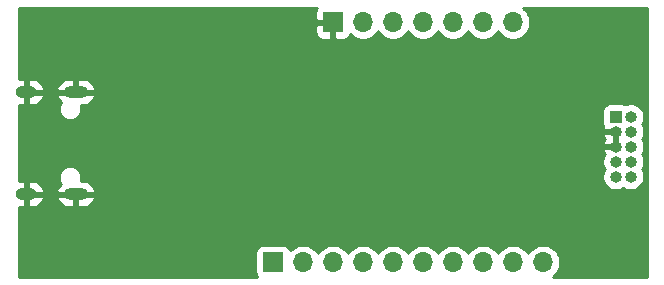
<source format=gbl>
%TF.GenerationSoftware,KiCad,Pcbnew,5.1.9+dfsg1-1*%
%TF.CreationDate,2021-12-01T17:00:21-05:00*%
%TF.ProjectId,samd10d13a,73616d64-3130-4643-9133-612e6b696361,rev?*%
%TF.SameCoordinates,Original*%
%TF.FileFunction,Copper,L2,Bot*%
%TF.FilePolarity,Positive*%
%FSLAX46Y46*%
G04 Gerber Fmt 4.6, Leading zero omitted, Abs format (unit mm)*
G04 Created by KiCad (PCBNEW 5.1.9+dfsg1-1) date 2021-12-01 17:00:21*
%MOMM*%
%LPD*%
G01*
G04 APERTURE LIST*
%TA.AperFunction,ComponentPad*%
%ADD10O,1.800000X1.000000*%
%TD*%
%TA.AperFunction,ComponentPad*%
%ADD11O,2.100000X1.000000*%
%TD*%
%TA.AperFunction,ComponentPad*%
%ADD12O,1.000000X1.000000*%
%TD*%
%TA.AperFunction,ComponentPad*%
%ADD13R,1.000000X1.000000*%
%TD*%
%TA.AperFunction,ComponentPad*%
%ADD14O,1.700000X1.700000*%
%TD*%
%TA.AperFunction,ComponentPad*%
%ADD15R,1.700000X1.700000*%
%TD*%
%TA.AperFunction,ViaPad*%
%ADD16C,0.800000*%
%TD*%
%TA.AperFunction,Conductor*%
%ADD17C,0.254000*%
%TD*%
%TA.AperFunction,Conductor*%
%ADD18C,0.100000*%
%TD*%
G04 APERTURE END LIST*
D10*
X75651500Y-62803500D03*
X75651500Y-54163500D03*
D11*
X79831500Y-54163500D03*
X79831500Y-62803500D03*
D12*
X126809500Y-61341000D03*
X125539500Y-61341000D03*
X126809500Y-60071000D03*
X125539500Y-60071000D03*
X126809500Y-58801000D03*
X125539500Y-58801000D03*
X126809500Y-57531000D03*
X125539500Y-57531000D03*
X126809500Y-56261000D03*
D13*
X125539500Y-56261000D03*
D14*
X116840000Y-48260000D03*
X114300000Y-48260000D03*
X111760000Y-48260000D03*
X109220000Y-48260000D03*
X106680000Y-48260000D03*
X104140000Y-48260000D03*
D15*
X101600000Y-48260000D03*
D14*
X119380000Y-68580000D03*
X116840000Y-68580000D03*
X114300000Y-68580000D03*
X111760000Y-68580000D03*
X109220000Y-68580000D03*
X106680000Y-68580000D03*
X104140000Y-68580000D03*
X101600000Y-68580000D03*
X99060000Y-68580000D03*
D15*
X96520000Y-68580000D03*
D16*
X123063000Y-58801000D03*
X112522000Y-51117500D03*
D17*
X100219463Y-47055506D02*
X100160498Y-47165820D01*
X100124188Y-47285518D01*
X100111928Y-47410000D01*
X100115000Y-47974250D01*
X100273750Y-48133000D01*
X101473000Y-48133000D01*
X101473000Y-48113000D01*
X101727000Y-48113000D01*
X101727000Y-48133000D01*
X101747000Y-48133000D01*
X101747000Y-48387000D01*
X101727000Y-48387000D01*
X101727000Y-49586250D01*
X101885750Y-49745000D01*
X102450000Y-49748072D01*
X102574482Y-49735812D01*
X102694180Y-49699502D01*
X102804494Y-49640537D01*
X102901185Y-49561185D01*
X102980537Y-49464494D01*
X103039502Y-49354180D01*
X103061513Y-49281620D01*
X103193368Y-49413475D01*
X103436589Y-49575990D01*
X103706842Y-49687932D01*
X103993740Y-49745000D01*
X104286260Y-49745000D01*
X104573158Y-49687932D01*
X104843411Y-49575990D01*
X105086632Y-49413475D01*
X105293475Y-49206632D01*
X105410000Y-49032240D01*
X105526525Y-49206632D01*
X105733368Y-49413475D01*
X105976589Y-49575990D01*
X106246842Y-49687932D01*
X106533740Y-49745000D01*
X106826260Y-49745000D01*
X107113158Y-49687932D01*
X107383411Y-49575990D01*
X107626632Y-49413475D01*
X107833475Y-49206632D01*
X107950000Y-49032240D01*
X108066525Y-49206632D01*
X108273368Y-49413475D01*
X108516589Y-49575990D01*
X108786842Y-49687932D01*
X109073740Y-49745000D01*
X109366260Y-49745000D01*
X109653158Y-49687932D01*
X109923411Y-49575990D01*
X110166632Y-49413475D01*
X110373475Y-49206632D01*
X110490000Y-49032240D01*
X110606525Y-49206632D01*
X110813368Y-49413475D01*
X111056589Y-49575990D01*
X111326842Y-49687932D01*
X111613740Y-49745000D01*
X111906260Y-49745000D01*
X112193158Y-49687932D01*
X112463411Y-49575990D01*
X112706632Y-49413475D01*
X112913475Y-49206632D01*
X113030000Y-49032240D01*
X113146525Y-49206632D01*
X113353368Y-49413475D01*
X113596589Y-49575990D01*
X113866842Y-49687932D01*
X114153740Y-49745000D01*
X114446260Y-49745000D01*
X114733158Y-49687932D01*
X115003411Y-49575990D01*
X115246632Y-49413475D01*
X115453475Y-49206632D01*
X115570000Y-49032240D01*
X115686525Y-49206632D01*
X115893368Y-49413475D01*
X116136589Y-49575990D01*
X116406842Y-49687932D01*
X116693740Y-49745000D01*
X116986260Y-49745000D01*
X117273158Y-49687932D01*
X117543411Y-49575990D01*
X117786632Y-49413475D01*
X117993475Y-49206632D01*
X118155990Y-48963411D01*
X118267932Y-48693158D01*
X118325000Y-48406260D01*
X118325000Y-48113740D01*
X118267932Y-47826842D01*
X118155990Y-47556589D01*
X117993475Y-47313368D01*
X117786632Y-47106525D01*
X117687070Y-47040000D01*
X128220000Y-47040000D01*
X128220001Y-69800000D01*
X120227070Y-69800000D01*
X120326632Y-69733475D01*
X120533475Y-69526632D01*
X120695990Y-69283411D01*
X120807932Y-69013158D01*
X120865000Y-68726260D01*
X120865000Y-68433740D01*
X120807932Y-68146842D01*
X120695990Y-67876589D01*
X120533475Y-67633368D01*
X120326632Y-67426525D01*
X120083411Y-67264010D01*
X119813158Y-67152068D01*
X119526260Y-67095000D01*
X119233740Y-67095000D01*
X118946842Y-67152068D01*
X118676589Y-67264010D01*
X118433368Y-67426525D01*
X118226525Y-67633368D01*
X118110000Y-67807760D01*
X117993475Y-67633368D01*
X117786632Y-67426525D01*
X117543411Y-67264010D01*
X117273158Y-67152068D01*
X116986260Y-67095000D01*
X116693740Y-67095000D01*
X116406842Y-67152068D01*
X116136589Y-67264010D01*
X115893368Y-67426525D01*
X115686525Y-67633368D01*
X115570000Y-67807760D01*
X115453475Y-67633368D01*
X115246632Y-67426525D01*
X115003411Y-67264010D01*
X114733158Y-67152068D01*
X114446260Y-67095000D01*
X114153740Y-67095000D01*
X113866842Y-67152068D01*
X113596589Y-67264010D01*
X113353368Y-67426525D01*
X113146525Y-67633368D01*
X113030000Y-67807760D01*
X112913475Y-67633368D01*
X112706632Y-67426525D01*
X112463411Y-67264010D01*
X112193158Y-67152068D01*
X111906260Y-67095000D01*
X111613740Y-67095000D01*
X111326842Y-67152068D01*
X111056589Y-67264010D01*
X110813368Y-67426525D01*
X110606525Y-67633368D01*
X110490000Y-67807760D01*
X110373475Y-67633368D01*
X110166632Y-67426525D01*
X109923411Y-67264010D01*
X109653158Y-67152068D01*
X109366260Y-67095000D01*
X109073740Y-67095000D01*
X108786842Y-67152068D01*
X108516589Y-67264010D01*
X108273368Y-67426525D01*
X108066525Y-67633368D01*
X107950000Y-67807760D01*
X107833475Y-67633368D01*
X107626632Y-67426525D01*
X107383411Y-67264010D01*
X107113158Y-67152068D01*
X106826260Y-67095000D01*
X106533740Y-67095000D01*
X106246842Y-67152068D01*
X105976589Y-67264010D01*
X105733368Y-67426525D01*
X105526525Y-67633368D01*
X105410000Y-67807760D01*
X105293475Y-67633368D01*
X105086632Y-67426525D01*
X104843411Y-67264010D01*
X104573158Y-67152068D01*
X104286260Y-67095000D01*
X103993740Y-67095000D01*
X103706842Y-67152068D01*
X103436589Y-67264010D01*
X103193368Y-67426525D01*
X102986525Y-67633368D01*
X102870000Y-67807760D01*
X102753475Y-67633368D01*
X102546632Y-67426525D01*
X102303411Y-67264010D01*
X102033158Y-67152068D01*
X101746260Y-67095000D01*
X101453740Y-67095000D01*
X101166842Y-67152068D01*
X100896589Y-67264010D01*
X100653368Y-67426525D01*
X100446525Y-67633368D01*
X100330000Y-67807760D01*
X100213475Y-67633368D01*
X100006632Y-67426525D01*
X99763411Y-67264010D01*
X99493158Y-67152068D01*
X99206260Y-67095000D01*
X98913740Y-67095000D01*
X98626842Y-67152068D01*
X98356589Y-67264010D01*
X98113368Y-67426525D01*
X97981513Y-67558380D01*
X97959502Y-67485820D01*
X97900537Y-67375506D01*
X97821185Y-67278815D01*
X97724494Y-67199463D01*
X97614180Y-67140498D01*
X97494482Y-67104188D01*
X97370000Y-67091928D01*
X95670000Y-67091928D01*
X95545518Y-67104188D01*
X95425820Y-67140498D01*
X95315506Y-67199463D01*
X95218815Y-67278815D01*
X95139463Y-67375506D01*
X95080498Y-67485820D01*
X95044188Y-67605518D01*
X95031928Y-67730000D01*
X95031928Y-69430000D01*
X95044188Y-69554482D01*
X95080498Y-69674180D01*
X95139463Y-69784494D01*
X95152188Y-69800000D01*
X74980000Y-69800000D01*
X74980000Y-63907761D01*
X75124500Y-63938500D01*
X75524500Y-63938500D01*
X75524500Y-62930500D01*
X75778500Y-62930500D01*
X75778500Y-63938500D01*
X76178500Y-63938500D01*
X76397487Y-63891915D01*
X76603178Y-63803503D01*
X76787669Y-63676661D01*
X76943869Y-63516264D01*
X77065776Y-63328476D01*
X77145619Y-63105374D01*
X78187381Y-63105374D01*
X78267224Y-63328476D01*
X78389131Y-63516264D01*
X78545331Y-63676661D01*
X78729822Y-63803503D01*
X78935513Y-63891915D01*
X79154500Y-63938500D01*
X79704500Y-63938500D01*
X79704500Y-62930500D01*
X79958500Y-62930500D01*
X79958500Y-63938500D01*
X80508500Y-63938500D01*
X80727487Y-63891915D01*
X80933178Y-63803503D01*
X81117669Y-63676661D01*
X81273869Y-63516264D01*
X81395776Y-63328476D01*
X81475619Y-63105374D01*
X81349454Y-62930500D01*
X79958500Y-62930500D01*
X79704500Y-62930500D01*
X78313546Y-62930500D01*
X78187381Y-63105374D01*
X77145619Y-63105374D01*
X77019454Y-62930500D01*
X75778500Y-62930500D01*
X75524500Y-62930500D01*
X75504500Y-62930500D01*
X75504500Y-62676500D01*
X75524500Y-62676500D01*
X75524500Y-61668500D01*
X75778500Y-61668500D01*
X75778500Y-62676500D01*
X77019454Y-62676500D01*
X77145619Y-62501626D01*
X78187381Y-62501626D01*
X78313546Y-62676500D01*
X79704500Y-62676500D01*
X79704500Y-62656500D01*
X79958500Y-62656500D01*
X79958500Y-62676500D01*
X81349454Y-62676500D01*
X81475619Y-62501626D01*
X81395776Y-62278524D01*
X81273869Y-62090736D01*
X81117669Y-61930339D01*
X80933178Y-61803497D01*
X80727487Y-61715085D01*
X80508500Y-61668500D01*
X80248404Y-61668500D01*
X80254608Y-61653522D01*
X80291500Y-61468052D01*
X80291500Y-61278948D01*
X80254608Y-61093478D01*
X80182241Y-60918769D01*
X80077181Y-60761536D01*
X79943464Y-60627819D01*
X79786231Y-60522759D01*
X79611522Y-60450392D01*
X79426052Y-60413500D01*
X79236948Y-60413500D01*
X79051478Y-60450392D01*
X78876769Y-60522759D01*
X78719536Y-60627819D01*
X78585819Y-60761536D01*
X78480759Y-60918769D01*
X78408392Y-61093478D01*
X78371500Y-61278948D01*
X78371500Y-61468052D01*
X78408392Y-61653522D01*
X78480759Y-61828231D01*
X78547835Y-61928617D01*
X78545331Y-61930339D01*
X78389131Y-62090736D01*
X78267224Y-62278524D01*
X78187381Y-62501626D01*
X77145619Y-62501626D01*
X77065776Y-62278524D01*
X76943869Y-62090736D01*
X76787669Y-61930339D01*
X76603178Y-61803497D01*
X76397487Y-61715085D01*
X76178500Y-61668500D01*
X75778500Y-61668500D01*
X75524500Y-61668500D01*
X75124500Y-61668500D01*
X74980000Y-61699239D01*
X74980000Y-57832874D01*
X124445381Y-57832874D01*
X124462054Y-57887864D01*
X124552377Y-58091206D01*
X124605139Y-58166000D01*
X124552377Y-58240794D01*
X124462054Y-58444136D01*
X124445381Y-58499126D01*
X124571546Y-58674000D01*
X125412500Y-58674000D01*
X125412500Y-57658000D01*
X124571546Y-57658000D01*
X124445381Y-57832874D01*
X74980000Y-57832874D01*
X74980000Y-55267761D01*
X75124500Y-55298500D01*
X75524500Y-55298500D01*
X75524500Y-54290500D01*
X75778500Y-54290500D01*
X75778500Y-55298500D01*
X76178500Y-55298500D01*
X76397487Y-55251915D01*
X76603178Y-55163503D01*
X76787669Y-55036661D01*
X76943869Y-54876264D01*
X77065776Y-54688476D01*
X77145619Y-54465374D01*
X78187381Y-54465374D01*
X78267224Y-54688476D01*
X78389131Y-54876264D01*
X78545331Y-55036661D01*
X78547835Y-55038383D01*
X78480759Y-55138769D01*
X78408392Y-55313478D01*
X78371500Y-55498948D01*
X78371500Y-55688052D01*
X78408392Y-55873522D01*
X78480759Y-56048231D01*
X78585819Y-56205464D01*
X78719536Y-56339181D01*
X78876769Y-56444241D01*
X79051478Y-56516608D01*
X79236948Y-56553500D01*
X79426052Y-56553500D01*
X79611522Y-56516608D01*
X79786231Y-56444241D01*
X79943464Y-56339181D01*
X80077181Y-56205464D01*
X80182241Y-56048231D01*
X80254608Y-55873522D01*
X80276989Y-55761000D01*
X124401428Y-55761000D01*
X124401428Y-56761000D01*
X124413688Y-56885482D01*
X124449998Y-57005180D01*
X124497570Y-57094180D01*
X124462054Y-57174136D01*
X124445381Y-57229126D01*
X124571546Y-57404000D01*
X125412500Y-57404000D01*
X125412500Y-57399072D01*
X125666500Y-57399072D01*
X125666500Y-57404000D01*
X125677526Y-57404000D01*
X125674500Y-57419212D01*
X125674500Y-57642788D01*
X125677526Y-57658000D01*
X125666500Y-57658000D01*
X125666500Y-58674000D01*
X125677526Y-58674000D01*
X125674500Y-58689212D01*
X125674500Y-58912788D01*
X125677526Y-58928000D01*
X125666500Y-58928000D01*
X125666500Y-58939026D01*
X125651288Y-58936000D01*
X125427712Y-58936000D01*
X125412500Y-58939026D01*
X125412500Y-58928000D01*
X124571546Y-58928000D01*
X124445381Y-59102874D01*
X124462054Y-59157864D01*
X124552377Y-59361206D01*
X124601853Y-59431342D01*
X124533676Y-59533376D01*
X124448117Y-59739933D01*
X124404500Y-59959212D01*
X124404500Y-60182788D01*
X124448117Y-60402067D01*
X124533676Y-60608624D01*
X124598741Y-60706000D01*
X124533676Y-60803376D01*
X124448117Y-61009933D01*
X124404500Y-61229212D01*
X124404500Y-61452788D01*
X124448117Y-61672067D01*
X124533676Y-61878624D01*
X124657888Y-62064520D01*
X124815980Y-62222612D01*
X125001876Y-62346824D01*
X125208433Y-62432383D01*
X125427712Y-62476000D01*
X125651288Y-62476000D01*
X125870567Y-62432383D01*
X126077124Y-62346824D01*
X126174500Y-62281759D01*
X126271876Y-62346824D01*
X126478433Y-62432383D01*
X126697712Y-62476000D01*
X126921288Y-62476000D01*
X127140567Y-62432383D01*
X127347124Y-62346824D01*
X127533020Y-62222612D01*
X127691112Y-62064520D01*
X127815324Y-61878624D01*
X127900883Y-61672067D01*
X127944500Y-61452788D01*
X127944500Y-61229212D01*
X127900883Y-61009933D01*
X127815324Y-60803376D01*
X127750259Y-60706000D01*
X127815324Y-60608624D01*
X127900883Y-60402067D01*
X127944500Y-60182788D01*
X127944500Y-59959212D01*
X127900883Y-59739933D01*
X127815324Y-59533376D01*
X127750259Y-59436000D01*
X127815324Y-59338624D01*
X127900883Y-59132067D01*
X127944500Y-58912788D01*
X127944500Y-58689212D01*
X127900883Y-58469933D01*
X127815324Y-58263376D01*
X127750259Y-58166000D01*
X127815324Y-58068624D01*
X127900883Y-57862067D01*
X127944500Y-57642788D01*
X127944500Y-57419212D01*
X127900883Y-57199933D01*
X127815324Y-56993376D01*
X127750259Y-56896000D01*
X127815324Y-56798624D01*
X127900883Y-56592067D01*
X127944500Y-56372788D01*
X127944500Y-56149212D01*
X127900883Y-55929933D01*
X127815324Y-55723376D01*
X127691112Y-55537480D01*
X127533020Y-55379388D01*
X127347124Y-55255176D01*
X127140567Y-55169617D01*
X126921288Y-55126000D01*
X126697712Y-55126000D01*
X126478433Y-55169617D01*
X126366726Y-55215888D01*
X126283680Y-55171498D01*
X126163982Y-55135188D01*
X126039500Y-55122928D01*
X125039500Y-55122928D01*
X124915018Y-55135188D01*
X124795320Y-55171498D01*
X124685006Y-55230463D01*
X124588315Y-55309815D01*
X124508963Y-55406506D01*
X124449998Y-55516820D01*
X124413688Y-55636518D01*
X124401428Y-55761000D01*
X80276989Y-55761000D01*
X80291500Y-55688052D01*
X80291500Y-55498948D01*
X80254608Y-55313478D01*
X80248404Y-55298500D01*
X80508500Y-55298500D01*
X80727487Y-55251915D01*
X80933178Y-55163503D01*
X81117669Y-55036661D01*
X81273869Y-54876264D01*
X81395776Y-54688476D01*
X81475619Y-54465374D01*
X81349454Y-54290500D01*
X79958500Y-54290500D01*
X79958500Y-54310500D01*
X79704500Y-54310500D01*
X79704500Y-54290500D01*
X78313546Y-54290500D01*
X78187381Y-54465374D01*
X77145619Y-54465374D01*
X77019454Y-54290500D01*
X75778500Y-54290500D01*
X75524500Y-54290500D01*
X75504500Y-54290500D01*
X75504500Y-54036500D01*
X75524500Y-54036500D01*
X75524500Y-53028500D01*
X75778500Y-53028500D01*
X75778500Y-54036500D01*
X77019454Y-54036500D01*
X77145619Y-53861626D01*
X78187381Y-53861626D01*
X78313546Y-54036500D01*
X79704500Y-54036500D01*
X79704500Y-53028500D01*
X79958500Y-53028500D01*
X79958500Y-54036500D01*
X81349454Y-54036500D01*
X81475619Y-53861626D01*
X81395776Y-53638524D01*
X81273869Y-53450736D01*
X81117669Y-53290339D01*
X80933178Y-53163497D01*
X80727487Y-53075085D01*
X80508500Y-53028500D01*
X79958500Y-53028500D01*
X79704500Y-53028500D01*
X79154500Y-53028500D01*
X78935513Y-53075085D01*
X78729822Y-53163497D01*
X78545331Y-53290339D01*
X78389131Y-53450736D01*
X78267224Y-53638524D01*
X78187381Y-53861626D01*
X77145619Y-53861626D01*
X77065776Y-53638524D01*
X76943869Y-53450736D01*
X76787669Y-53290339D01*
X76603178Y-53163497D01*
X76397487Y-53075085D01*
X76178500Y-53028500D01*
X75778500Y-53028500D01*
X75524500Y-53028500D01*
X75124500Y-53028500D01*
X74980000Y-53059239D01*
X74980000Y-49110000D01*
X100111928Y-49110000D01*
X100124188Y-49234482D01*
X100160498Y-49354180D01*
X100219463Y-49464494D01*
X100298815Y-49561185D01*
X100395506Y-49640537D01*
X100505820Y-49699502D01*
X100625518Y-49735812D01*
X100750000Y-49748072D01*
X101314250Y-49745000D01*
X101473000Y-49586250D01*
X101473000Y-48387000D01*
X100273750Y-48387000D01*
X100115000Y-48545750D01*
X100111928Y-49110000D01*
X74980000Y-49110000D01*
X74980000Y-47040000D01*
X100232188Y-47040000D01*
X100219463Y-47055506D01*
%TA.AperFunction,Conductor*%
D18*
G36*
X100219463Y-47055506D02*
G01*
X100160498Y-47165820D01*
X100124188Y-47285518D01*
X100111928Y-47410000D01*
X100115000Y-47974250D01*
X100273750Y-48133000D01*
X101473000Y-48133000D01*
X101473000Y-48113000D01*
X101727000Y-48113000D01*
X101727000Y-48133000D01*
X101747000Y-48133000D01*
X101747000Y-48387000D01*
X101727000Y-48387000D01*
X101727000Y-49586250D01*
X101885750Y-49745000D01*
X102450000Y-49748072D01*
X102574482Y-49735812D01*
X102694180Y-49699502D01*
X102804494Y-49640537D01*
X102901185Y-49561185D01*
X102980537Y-49464494D01*
X103039502Y-49354180D01*
X103061513Y-49281620D01*
X103193368Y-49413475D01*
X103436589Y-49575990D01*
X103706842Y-49687932D01*
X103993740Y-49745000D01*
X104286260Y-49745000D01*
X104573158Y-49687932D01*
X104843411Y-49575990D01*
X105086632Y-49413475D01*
X105293475Y-49206632D01*
X105410000Y-49032240D01*
X105526525Y-49206632D01*
X105733368Y-49413475D01*
X105976589Y-49575990D01*
X106246842Y-49687932D01*
X106533740Y-49745000D01*
X106826260Y-49745000D01*
X107113158Y-49687932D01*
X107383411Y-49575990D01*
X107626632Y-49413475D01*
X107833475Y-49206632D01*
X107950000Y-49032240D01*
X108066525Y-49206632D01*
X108273368Y-49413475D01*
X108516589Y-49575990D01*
X108786842Y-49687932D01*
X109073740Y-49745000D01*
X109366260Y-49745000D01*
X109653158Y-49687932D01*
X109923411Y-49575990D01*
X110166632Y-49413475D01*
X110373475Y-49206632D01*
X110490000Y-49032240D01*
X110606525Y-49206632D01*
X110813368Y-49413475D01*
X111056589Y-49575990D01*
X111326842Y-49687932D01*
X111613740Y-49745000D01*
X111906260Y-49745000D01*
X112193158Y-49687932D01*
X112463411Y-49575990D01*
X112706632Y-49413475D01*
X112913475Y-49206632D01*
X113030000Y-49032240D01*
X113146525Y-49206632D01*
X113353368Y-49413475D01*
X113596589Y-49575990D01*
X113866842Y-49687932D01*
X114153740Y-49745000D01*
X114446260Y-49745000D01*
X114733158Y-49687932D01*
X115003411Y-49575990D01*
X115246632Y-49413475D01*
X115453475Y-49206632D01*
X115570000Y-49032240D01*
X115686525Y-49206632D01*
X115893368Y-49413475D01*
X116136589Y-49575990D01*
X116406842Y-49687932D01*
X116693740Y-49745000D01*
X116986260Y-49745000D01*
X117273158Y-49687932D01*
X117543411Y-49575990D01*
X117786632Y-49413475D01*
X117993475Y-49206632D01*
X118155990Y-48963411D01*
X118267932Y-48693158D01*
X118325000Y-48406260D01*
X118325000Y-48113740D01*
X118267932Y-47826842D01*
X118155990Y-47556589D01*
X117993475Y-47313368D01*
X117786632Y-47106525D01*
X117687070Y-47040000D01*
X128220000Y-47040000D01*
X128220001Y-69800000D01*
X120227070Y-69800000D01*
X120326632Y-69733475D01*
X120533475Y-69526632D01*
X120695990Y-69283411D01*
X120807932Y-69013158D01*
X120865000Y-68726260D01*
X120865000Y-68433740D01*
X120807932Y-68146842D01*
X120695990Y-67876589D01*
X120533475Y-67633368D01*
X120326632Y-67426525D01*
X120083411Y-67264010D01*
X119813158Y-67152068D01*
X119526260Y-67095000D01*
X119233740Y-67095000D01*
X118946842Y-67152068D01*
X118676589Y-67264010D01*
X118433368Y-67426525D01*
X118226525Y-67633368D01*
X118110000Y-67807760D01*
X117993475Y-67633368D01*
X117786632Y-67426525D01*
X117543411Y-67264010D01*
X117273158Y-67152068D01*
X116986260Y-67095000D01*
X116693740Y-67095000D01*
X116406842Y-67152068D01*
X116136589Y-67264010D01*
X115893368Y-67426525D01*
X115686525Y-67633368D01*
X115570000Y-67807760D01*
X115453475Y-67633368D01*
X115246632Y-67426525D01*
X115003411Y-67264010D01*
X114733158Y-67152068D01*
X114446260Y-67095000D01*
X114153740Y-67095000D01*
X113866842Y-67152068D01*
X113596589Y-67264010D01*
X113353368Y-67426525D01*
X113146525Y-67633368D01*
X113030000Y-67807760D01*
X112913475Y-67633368D01*
X112706632Y-67426525D01*
X112463411Y-67264010D01*
X112193158Y-67152068D01*
X111906260Y-67095000D01*
X111613740Y-67095000D01*
X111326842Y-67152068D01*
X111056589Y-67264010D01*
X110813368Y-67426525D01*
X110606525Y-67633368D01*
X110490000Y-67807760D01*
X110373475Y-67633368D01*
X110166632Y-67426525D01*
X109923411Y-67264010D01*
X109653158Y-67152068D01*
X109366260Y-67095000D01*
X109073740Y-67095000D01*
X108786842Y-67152068D01*
X108516589Y-67264010D01*
X108273368Y-67426525D01*
X108066525Y-67633368D01*
X107950000Y-67807760D01*
X107833475Y-67633368D01*
X107626632Y-67426525D01*
X107383411Y-67264010D01*
X107113158Y-67152068D01*
X106826260Y-67095000D01*
X106533740Y-67095000D01*
X106246842Y-67152068D01*
X105976589Y-67264010D01*
X105733368Y-67426525D01*
X105526525Y-67633368D01*
X105410000Y-67807760D01*
X105293475Y-67633368D01*
X105086632Y-67426525D01*
X104843411Y-67264010D01*
X104573158Y-67152068D01*
X104286260Y-67095000D01*
X103993740Y-67095000D01*
X103706842Y-67152068D01*
X103436589Y-67264010D01*
X103193368Y-67426525D01*
X102986525Y-67633368D01*
X102870000Y-67807760D01*
X102753475Y-67633368D01*
X102546632Y-67426525D01*
X102303411Y-67264010D01*
X102033158Y-67152068D01*
X101746260Y-67095000D01*
X101453740Y-67095000D01*
X101166842Y-67152068D01*
X100896589Y-67264010D01*
X100653368Y-67426525D01*
X100446525Y-67633368D01*
X100330000Y-67807760D01*
X100213475Y-67633368D01*
X100006632Y-67426525D01*
X99763411Y-67264010D01*
X99493158Y-67152068D01*
X99206260Y-67095000D01*
X98913740Y-67095000D01*
X98626842Y-67152068D01*
X98356589Y-67264010D01*
X98113368Y-67426525D01*
X97981513Y-67558380D01*
X97959502Y-67485820D01*
X97900537Y-67375506D01*
X97821185Y-67278815D01*
X97724494Y-67199463D01*
X97614180Y-67140498D01*
X97494482Y-67104188D01*
X97370000Y-67091928D01*
X95670000Y-67091928D01*
X95545518Y-67104188D01*
X95425820Y-67140498D01*
X95315506Y-67199463D01*
X95218815Y-67278815D01*
X95139463Y-67375506D01*
X95080498Y-67485820D01*
X95044188Y-67605518D01*
X95031928Y-67730000D01*
X95031928Y-69430000D01*
X95044188Y-69554482D01*
X95080498Y-69674180D01*
X95139463Y-69784494D01*
X95152188Y-69800000D01*
X74980000Y-69800000D01*
X74980000Y-63907761D01*
X75124500Y-63938500D01*
X75524500Y-63938500D01*
X75524500Y-62930500D01*
X75778500Y-62930500D01*
X75778500Y-63938500D01*
X76178500Y-63938500D01*
X76397487Y-63891915D01*
X76603178Y-63803503D01*
X76787669Y-63676661D01*
X76943869Y-63516264D01*
X77065776Y-63328476D01*
X77145619Y-63105374D01*
X78187381Y-63105374D01*
X78267224Y-63328476D01*
X78389131Y-63516264D01*
X78545331Y-63676661D01*
X78729822Y-63803503D01*
X78935513Y-63891915D01*
X79154500Y-63938500D01*
X79704500Y-63938500D01*
X79704500Y-62930500D01*
X79958500Y-62930500D01*
X79958500Y-63938500D01*
X80508500Y-63938500D01*
X80727487Y-63891915D01*
X80933178Y-63803503D01*
X81117669Y-63676661D01*
X81273869Y-63516264D01*
X81395776Y-63328476D01*
X81475619Y-63105374D01*
X81349454Y-62930500D01*
X79958500Y-62930500D01*
X79704500Y-62930500D01*
X78313546Y-62930500D01*
X78187381Y-63105374D01*
X77145619Y-63105374D01*
X77019454Y-62930500D01*
X75778500Y-62930500D01*
X75524500Y-62930500D01*
X75504500Y-62930500D01*
X75504500Y-62676500D01*
X75524500Y-62676500D01*
X75524500Y-61668500D01*
X75778500Y-61668500D01*
X75778500Y-62676500D01*
X77019454Y-62676500D01*
X77145619Y-62501626D01*
X78187381Y-62501626D01*
X78313546Y-62676500D01*
X79704500Y-62676500D01*
X79704500Y-62656500D01*
X79958500Y-62656500D01*
X79958500Y-62676500D01*
X81349454Y-62676500D01*
X81475619Y-62501626D01*
X81395776Y-62278524D01*
X81273869Y-62090736D01*
X81117669Y-61930339D01*
X80933178Y-61803497D01*
X80727487Y-61715085D01*
X80508500Y-61668500D01*
X80248404Y-61668500D01*
X80254608Y-61653522D01*
X80291500Y-61468052D01*
X80291500Y-61278948D01*
X80254608Y-61093478D01*
X80182241Y-60918769D01*
X80077181Y-60761536D01*
X79943464Y-60627819D01*
X79786231Y-60522759D01*
X79611522Y-60450392D01*
X79426052Y-60413500D01*
X79236948Y-60413500D01*
X79051478Y-60450392D01*
X78876769Y-60522759D01*
X78719536Y-60627819D01*
X78585819Y-60761536D01*
X78480759Y-60918769D01*
X78408392Y-61093478D01*
X78371500Y-61278948D01*
X78371500Y-61468052D01*
X78408392Y-61653522D01*
X78480759Y-61828231D01*
X78547835Y-61928617D01*
X78545331Y-61930339D01*
X78389131Y-62090736D01*
X78267224Y-62278524D01*
X78187381Y-62501626D01*
X77145619Y-62501626D01*
X77065776Y-62278524D01*
X76943869Y-62090736D01*
X76787669Y-61930339D01*
X76603178Y-61803497D01*
X76397487Y-61715085D01*
X76178500Y-61668500D01*
X75778500Y-61668500D01*
X75524500Y-61668500D01*
X75124500Y-61668500D01*
X74980000Y-61699239D01*
X74980000Y-57832874D01*
X124445381Y-57832874D01*
X124462054Y-57887864D01*
X124552377Y-58091206D01*
X124605139Y-58166000D01*
X124552377Y-58240794D01*
X124462054Y-58444136D01*
X124445381Y-58499126D01*
X124571546Y-58674000D01*
X125412500Y-58674000D01*
X125412500Y-57658000D01*
X124571546Y-57658000D01*
X124445381Y-57832874D01*
X74980000Y-57832874D01*
X74980000Y-55267761D01*
X75124500Y-55298500D01*
X75524500Y-55298500D01*
X75524500Y-54290500D01*
X75778500Y-54290500D01*
X75778500Y-55298500D01*
X76178500Y-55298500D01*
X76397487Y-55251915D01*
X76603178Y-55163503D01*
X76787669Y-55036661D01*
X76943869Y-54876264D01*
X77065776Y-54688476D01*
X77145619Y-54465374D01*
X78187381Y-54465374D01*
X78267224Y-54688476D01*
X78389131Y-54876264D01*
X78545331Y-55036661D01*
X78547835Y-55038383D01*
X78480759Y-55138769D01*
X78408392Y-55313478D01*
X78371500Y-55498948D01*
X78371500Y-55688052D01*
X78408392Y-55873522D01*
X78480759Y-56048231D01*
X78585819Y-56205464D01*
X78719536Y-56339181D01*
X78876769Y-56444241D01*
X79051478Y-56516608D01*
X79236948Y-56553500D01*
X79426052Y-56553500D01*
X79611522Y-56516608D01*
X79786231Y-56444241D01*
X79943464Y-56339181D01*
X80077181Y-56205464D01*
X80182241Y-56048231D01*
X80254608Y-55873522D01*
X80276989Y-55761000D01*
X124401428Y-55761000D01*
X124401428Y-56761000D01*
X124413688Y-56885482D01*
X124449998Y-57005180D01*
X124497570Y-57094180D01*
X124462054Y-57174136D01*
X124445381Y-57229126D01*
X124571546Y-57404000D01*
X125412500Y-57404000D01*
X125412500Y-57399072D01*
X125666500Y-57399072D01*
X125666500Y-57404000D01*
X125677526Y-57404000D01*
X125674500Y-57419212D01*
X125674500Y-57642788D01*
X125677526Y-57658000D01*
X125666500Y-57658000D01*
X125666500Y-58674000D01*
X125677526Y-58674000D01*
X125674500Y-58689212D01*
X125674500Y-58912788D01*
X125677526Y-58928000D01*
X125666500Y-58928000D01*
X125666500Y-58939026D01*
X125651288Y-58936000D01*
X125427712Y-58936000D01*
X125412500Y-58939026D01*
X125412500Y-58928000D01*
X124571546Y-58928000D01*
X124445381Y-59102874D01*
X124462054Y-59157864D01*
X124552377Y-59361206D01*
X124601853Y-59431342D01*
X124533676Y-59533376D01*
X124448117Y-59739933D01*
X124404500Y-59959212D01*
X124404500Y-60182788D01*
X124448117Y-60402067D01*
X124533676Y-60608624D01*
X124598741Y-60706000D01*
X124533676Y-60803376D01*
X124448117Y-61009933D01*
X124404500Y-61229212D01*
X124404500Y-61452788D01*
X124448117Y-61672067D01*
X124533676Y-61878624D01*
X124657888Y-62064520D01*
X124815980Y-62222612D01*
X125001876Y-62346824D01*
X125208433Y-62432383D01*
X125427712Y-62476000D01*
X125651288Y-62476000D01*
X125870567Y-62432383D01*
X126077124Y-62346824D01*
X126174500Y-62281759D01*
X126271876Y-62346824D01*
X126478433Y-62432383D01*
X126697712Y-62476000D01*
X126921288Y-62476000D01*
X127140567Y-62432383D01*
X127347124Y-62346824D01*
X127533020Y-62222612D01*
X127691112Y-62064520D01*
X127815324Y-61878624D01*
X127900883Y-61672067D01*
X127944500Y-61452788D01*
X127944500Y-61229212D01*
X127900883Y-61009933D01*
X127815324Y-60803376D01*
X127750259Y-60706000D01*
X127815324Y-60608624D01*
X127900883Y-60402067D01*
X127944500Y-60182788D01*
X127944500Y-59959212D01*
X127900883Y-59739933D01*
X127815324Y-59533376D01*
X127750259Y-59436000D01*
X127815324Y-59338624D01*
X127900883Y-59132067D01*
X127944500Y-58912788D01*
X127944500Y-58689212D01*
X127900883Y-58469933D01*
X127815324Y-58263376D01*
X127750259Y-58166000D01*
X127815324Y-58068624D01*
X127900883Y-57862067D01*
X127944500Y-57642788D01*
X127944500Y-57419212D01*
X127900883Y-57199933D01*
X127815324Y-56993376D01*
X127750259Y-56896000D01*
X127815324Y-56798624D01*
X127900883Y-56592067D01*
X127944500Y-56372788D01*
X127944500Y-56149212D01*
X127900883Y-55929933D01*
X127815324Y-55723376D01*
X127691112Y-55537480D01*
X127533020Y-55379388D01*
X127347124Y-55255176D01*
X127140567Y-55169617D01*
X126921288Y-55126000D01*
X126697712Y-55126000D01*
X126478433Y-55169617D01*
X126366726Y-55215888D01*
X126283680Y-55171498D01*
X126163982Y-55135188D01*
X126039500Y-55122928D01*
X125039500Y-55122928D01*
X124915018Y-55135188D01*
X124795320Y-55171498D01*
X124685006Y-55230463D01*
X124588315Y-55309815D01*
X124508963Y-55406506D01*
X124449998Y-55516820D01*
X124413688Y-55636518D01*
X124401428Y-55761000D01*
X80276989Y-55761000D01*
X80291500Y-55688052D01*
X80291500Y-55498948D01*
X80254608Y-55313478D01*
X80248404Y-55298500D01*
X80508500Y-55298500D01*
X80727487Y-55251915D01*
X80933178Y-55163503D01*
X81117669Y-55036661D01*
X81273869Y-54876264D01*
X81395776Y-54688476D01*
X81475619Y-54465374D01*
X81349454Y-54290500D01*
X79958500Y-54290500D01*
X79958500Y-54310500D01*
X79704500Y-54310500D01*
X79704500Y-54290500D01*
X78313546Y-54290500D01*
X78187381Y-54465374D01*
X77145619Y-54465374D01*
X77019454Y-54290500D01*
X75778500Y-54290500D01*
X75524500Y-54290500D01*
X75504500Y-54290500D01*
X75504500Y-54036500D01*
X75524500Y-54036500D01*
X75524500Y-53028500D01*
X75778500Y-53028500D01*
X75778500Y-54036500D01*
X77019454Y-54036500D01*
X77145619Y-53861626D01*
X78187381Y-53861626D01*
X78313546Y-54036500D01*
X79704500Y-54036500D01*
X79704500Y-53028500D01*
X79958500Y-53028500D01*
X79958500Y-54036500D01*
X81349454Y-54036500D01*
X81475619Y-53861626D01*
X81395776Y-53638524D01*
X81273869Y-53450736D01*
X81117669Y-53290339D01*
X80933178Y-53163497D01*
X80727487Y-53075085D01*
X80508500Y-53028500D01*
X79958500Y-53028500D01*
X79704500Y-53028500D01*
X79154500Y-53028500D01*
X78935513Y-53075085D01*
X78729822Y-53163497D01*
X78545331Y-53290339D01*
X78389131Y-53450736D01*
X78267224Y-53638524D01*
X78187381Y-53861626D01*
X77145619Y-53861626D01*
X77065776Y-53638524D01*
X76943869Y-53450736D01*
X76787669Y-53290339D01*
X76603178Y-53163497D01*
X76397487Y-53075085D01*
X76178500Y-53028500D01*
X75778500Y-53028500D01*
X75524500Y-53028500D01*
X75124500Y-53028500D01*
X74980000Y-53059239D01*
X74980000Y-49110000D01*
X100111928Y-49110000D01*
X100124188Y-49234482D01*
X100160498Y-49354180D01*
X100219463Y-49464494D01*
X100298815Y-49561185D01*
X100395506Y-49640537D01*
X100505820Y-49699502D01*
X100625518Y-49735812D01*
X100750000Y-49748072D01*
X101314250Y-49745000D01*
X101473000Y-49586250D01*
X101473000Y-48387000D01*
X100273750Y-48387000D01*
X100115000Y-48545750D01*
X100111928Y-49110000D01*
X74980000Y-49110000D01*
X74980000Y-47040000D01*
X100232188Y-47040000D01*
X100219463Y-47055506D01*
G37*
%TD.AperFunction*%
D17*
X100219463Y-47055506D02*
X100160498Y-47165820D01*
X100124188Y-47285518D01*
X100111928Y-47410000D01*
X100115000Y-47974250D01*
X100273750Y-48133000D01*
X101473000Y-48133000D01*
X101473000Y-48113000D01*
X101727000Y-48113000D01*
X101727000Y-48133000D01*
X101747000Y-48133000D01*
X101747000Y-48387000D01*
X101727000Y-48387000D01*
X101727000Y-49586250D01*
X101885750Y-49745000D01*
X102450000Y-49748072D01*
X102574482Y-49735812D01*
X102694180Y-49699502D01*
X102804494Y-49640537D01*
X102901185Y-49561185D01*
X102980537Y-49464494D01*
X103039502Y-49354180D01*
X103061513Y-49281620D01*
X103193368Y-49413475D01*
X103436589Y-49575990D01*
X103706842Y-49687932D01*
X103993740Y-49745000D01*
X104286260Y-49745000D01*
X104573158Y-49687932D01*
X104843411Y-49575990D01*
X105086632Y-49413475D01*
X105293475Y-49206632D01*
X105410000Y-49032240D01*
X105526525Y-49206632D01*
X105733368Y-49413475D01*
X105976589Y-49575990D01*
X106246842Y-49687932D01*
X106533740Y-49745000D01*
X106826260Y-49745000D01*
X107113158Y-49687932D01*
X107383411Y-49575990D01*
X107626632Y-49413475D01*
X107833475Y-49206632D01*
X107950000Y-49032240D01*
X108066525Y-49206632D01*
X108273368Y-49413475D01*
X108516589Y-49575990D01*
X108786842Y-49687932D01*
X109073740Y-49745000D01*
X109366260Y-49745000D01*
X109653158Y-49687932D01*
X109923411Y-49575990D01*
X110166632Y-49413475D01*
X110373475Y-49206632D01*
X110490000Y-49032240D01*
X110606525Y-49206632D01*
X110813368Y-49413475D01*
X111056589Y-49575990D01*
X111326842Y-49687932D01*
X111613740Y-49745000D01*
X111906260Y-49745000D01*
X112193158Y-49687932D01*
X112463411Y-49575990D01*
X112706632Y-49413475D01*
X112913475Y-49206632D01*
X113030000Y-49032240D01*
X113146525Y-49206632D01*
X113353368Y-49413475D01*
X113596589Y-49575990D01*
X113866842Y-49687932D01*
X114153740Y-49745000D01*
X114446260Y-49745000D01*
X114733158Y-49687932D01*
X115003411Y-49575990D01*
X115246632Y-49413475D01*
X115453475Y-49206632D01*
X115570000Y-49032240D01*
X115686525Y-49206632D01*
X115893368Y-49413475D01*
X116136589Y-49575990D01*
X116406842Y-49687932D01*
X116693740Y-49745000D01*
X116986260Y-49745000D01*
X117273158Y-49687932D01*
X117543411Y-49575990D01*
X117786632Y-49413475D01*
X117993475Y-49206632D01*
X118155990Y-48963411D01*
X118267932Y-48693158D01*
X118325000Y-48406260D01*
X118325000Y-48113740D01*
X118267932Y-47826842D01*
X118155990Y-47556589D01*
X117993475Y-47313368D01*
X117786632Y-47106525D01*
X117687070Y-47040000D01*
X128220000Y-47040000D01*
X128220001Y-69800000D01*
X120227070Y-69800000D01*
X120326632Y-69733475D01*
X120533475Y-69526632D01*
X120695990Y-69283411D01*
X120807932Y-69013158D01*
X120865000Y-68726260D01*
X120865000Y-68433740D01*
X120807932Y-68146842D01*
X120695990Y-67876589D01*
X120533475Y-67633368D01*
X120326632Y-67426525D01*
X120083411Y-67264010D01*
X119813158Y-67152068D01*
X119526260Y-67095000D01*
X119233740Y-67095000D01*
X118946842Y-67152068D01*
X118676589Y-67264010D01*
X118433368Y-67426525D01*
X118226525Y-67633368D01*
X118110000Y-67807760D01*
X117993475Y-67633368D01*
X117786632Y-67426525D01*
X117543411Y-67264010D01*
X117273158Y-67152068D01*
X116986260Y-67095000D01*
X116693740Y-67095000D01*
X116406842Y-67152068D01*
X116136589Y-67264010D01*
X115893368Y-67426525D01*
X115686525Y-67633368D01*
X115570000Y-67807760D01*
X115453475Y-67633368D01*
X115246632Y-67426525D01*
X115003411Y-67264010D01*
X114733158Y-67152068D01*
X114446260Y-67095000D01*
X114153740Y-67095000D01*
X113866842Y-67152068D01*
X113596589Y-67264010D01*
X113353368Y-67426525D01*
X113146525Y-67633368D01*
X113030000Y-67807760D01*
X112913475Y-67633368D01*
X112706632Y-67426525D01*
X112463411Y-67264010D01*
X112193158Y-67152068D01*
X111906260Y-67095000D01*
X111613740Y-67095000D01*
X111326842Y-67152068D01*
X111056589Y-67264010D01*
X110813368Y-67426525D01*
X110606525Y-67633368D01*
X110490000Y-67807760D01*
X110373475Y-67633368D01*
X110166632Y-67426525D01*
X109923411Y-67264010D01*
X109653158Y-67152068D01*
X109366260Y-67095000D01*
X109073740Y-67095000D01*
X108786842Y-67152068D01*
X108516589Y-67264010D01*
X108273368Y-67426525D01*
X108066525Y-67633368D01*
X107950000Y-67807760D01*
X107833475Y-67633368D01*
X107626632Y-67426525D01*
X107383411Y-67264010D01*
X107113158Y-67152068D01*
X106826260Y-67095000D01*
X106533740Y-67095000D01*
X106246842Y-67152068D01*
X105976589Y-67264010D01*
X105733368Y-67426525D01*
X105526525Y-67633368D01*
X105410000Y-67807760D01*
X105293475Y-67633368D01*
X105086632Y-67426525D01*
X104843411Y-67264010D01*
X104573158Y-67152068D01*
X104286260Y-67095000D01*
X103993740Y-67095000D01*
X103706842Y-67152068D01*
X103436589Y-67264010D01*
X103193368Y-67426525D01*
X102986525Y-67633368D01*
X102870000Y-67807760D01*
X102753475Y-67633368D01*
X102546632Y-67426525D01*
X102303411Y-67264010D01*
X102033158Y-67152068D01*
X101746260Y-67095000D01*
X101453740Y-67095000D01*
X101166842Y-67152068D01*
X100896589Y-67264010D01*
X100653368Y-67426525D01*
X100446525Y-67633368D01*
X100330000Y-67807760D01*
X100213475Y-67633368D01*
X100006632Y-67426525D01*
X99763411Y-67264010D01*
X99493158Y-67152068D01*
X99206260Y-67095000D01*
X98913740Y-67095000D01*
X98626842Y-67152068D01*
X98356589Y-67264010D01*
X98113368Y-67426525D01*
X97981513Y-67558380D01*
X97959502Y-67485820D01*
X97900537Y-67375506D01*
X97821185Y-67278815D01*
X97724494Y-67199463D01*
X97614180Y-67140498D01*
X97494482Y-67104188D01*
X97370000Y-67091928D01*
X95670000Y-67091928D01*
X95545518Y-67104188D01*
X95425820Y-67140498D01*
X95315506Y-67199463D01*
X95218815Y-67278815D01*
X95139463Y-67375506D01*
X95080498Y-67485820D01*
X95044188Y-67605518D01*
X95031928Y-67730000D01*
X95031928Y-69430000D01*
X95044188Y-69554482D01*
X95080498Y-69674180D01*
X95139463Y-69784494D01*
X95152188Y-69800000D01*
X74980000Y-69800000D01*
X74980000Y-63907761D01*
X75124500Y-63938500D01*
X75524500Y-63938500D01*
X75524500Y-62930500D01*
X75778500Y-62930500D01*
X75778500Y-63938500D01*
X76178500Y-63938500D01*
X76397487Y-63891915D01*
X76603178Y-63803503D01*
X76787669Y-63676661D01*
X76943869Y-63516264D01*
X77065776Y-63328476D01*
X77145619Y-63105374D01*
X78187381Y-63105374D01*
X78267224Y-63328476D01*
X78389131Y-63516264D01*
X78545331Y-63676661D01*
X78729822Y-63803503D01*
X78935513Y-63891915D01*
X79154500Y-63938500D01*
X79704500Y-63938500D01*
X79704500Y-62930500D01*
X79958500Y-62930500D01*
X79958500Y-63938500D01*
X80508500Y-63938500D01*
X80727487Y-63891915D01*
X80933178Y-63803503D01*
X81117669Y-63676661D01*
X81273869Y-63516264D01*
X81395776Y-63328476D01*
X81475619Y-63105374D01*
X81349454Y-62930500D01*
X79958500Y-62930500D01*
X79704500Y-62930500D01*
X78313546Y-62930500D01*
X78187381Y-63105374D01*
X77145619Y-63105374D01*
X77019454Y-62930500D01*
X75778500Y-62930500D01*
X75524500Y-62930500D01*
X75504500Y-62930500D01*
X75504500Y-62676500D01*
X75524500Y-62676500D01*
X75524500Y-61668500D01*
X75778500Y-61668500D01*
X75778500Y-62676500D01*
X77019454Y-62676500D01*
X77145619Y-62501626D01*
X78187381Y-62501626D01*
X78313546Y-62676500D01*
X79704500Y-62676500D01*
X79704500Y-62656500D01*
X79958500Y-62656500D01*
X79958500Y-62676500D01*
X81349454Y-62676500D01*
X81475619Y-62501626D01*
X81395776Y-62278524D01*
X81273869Y-62090736D01*
X81117669Y-61930339D01*
X80933178Y-61803497D01*
X80727487Y-61715085D01*
X80508500Y-61668500D01*
X80248404Y-61668500D01*
X80254608Y-61653522D01*
X80291500Y-61468052D01*
X80291500Y-61278948D01*
X80254608Y-61093478D01*
X80182241Y-60918769D01*
X80077181Y-60761536D01*
X79943464Y-60627819D01*
X79786231Y-60522759D01*
X79611522Y-60450392D01*
X79426052Y-60413500D01*
X79236948Y-60413500D01*
X79051478Y-60450392D01*
X78876769Y-60522759D01*
X78719536Y-60627819D01*
X78585819Y-60761536D01*
X78480759Y-60918769D01*
X78408392Y-61093478D01*
X78371500Y-61278948D01*
X78371500Y-61468052D01*
X78408392Y-61653522D01*
X78480759Y-61828231D01*
X78547835Y-61928617D01*
X78545331Y-61930339D01*
X78389131Y-62090736D01*
X78267224Y-62278524D01*
X78187381Y-62501626D01*
X77145619Y-62501626D01*
X77065776Y-62278524D01*
X76943869Y-62090736D01*
X76787669Y-61930339D01*
X76603178Y-61803497D01*
X76397487Y-61715085D01*
X76178500Y-61668500D01*
X75778500Y-61668500D01*
X75524500Y-61668500D01*
X75124500Y-61668500D01*
X74980000Y-61699239D01*
X74980000Y-57832874D01*
X124445381Y-57832874D01*
X124462054Y-57887864D01*
X124552377Y-58091206D01*
X124605139Y-58166000D01*
X124552377Y-58240794D01*
X124462054Y-58444136D01*
X124445381Y-58499126D01*
X124571546Y-58674000D01*
X125412500Y-58674000D01*
X125412500Y-57658000D01*
X124571546Y-57658000D01*
X124445381Y-57832874D01*
X74980000Y-57832874D01*
X74980000Y-55267761D01*
X75124500Y-55298500D01*
X75524500Y-55298500D01*
X75524500Y-54290500D01*
X75778500Y-54290500D01*
X75778500Y-55298500D01*
X76178500Y-55298500D01*
X76397487Y-55251915D01*
X76603178Y-55163503D01*
X76787669Y-55036661D01*
X76943869Y-54876264D01*
X77065776Y-54688476D01*
X77145619Y-54465374D01*
X78187381Y-54465374D01*
X78267224Y-54688476D01*
X78389131Y-54876264D01*
X78545331Y-55036661D01*
X78547835Y-55038383D01*
X78480759Y-55138769D01*
X78408392Y-55313478D01*
X78371500Y-55498948D01*
X78371500Y-55688052D01*
X78408392Y-55873522D01*
X78480759Y-56048231D01*
X78585819Y-56205464D01*
X78719536Y-56339181D01*
X78876769Y-56444241D01*
X79051478Y-56516608D01*
X79236948Y-56553500D01*
X79426052Y-56553500D01*
X79611522Y-56516608D01*
X79786231Y-56444241D01*
X79943464Y-56339181D01*
X80077181Y-56205464D01*
X80182241Y-56048231D01*
X80254608Y-55873522D01*
X80276989Y-55761000D01*
X124401428Y-55761000D01*
X124401428Y-56761000D01*
X124413688Y-56885482D01*
X124449998Y-57005180D01*
X124497570Y-57094180D01*
X124462054Y-57174136D01*
X124445381Y-57229126D01*
X124571546Y-57404000D01*
X125412500Y-57404000D01*
X125412500Y-57399072D01*
X125666500Y-57399072D01*
X125666500Y-57404000D01*
X125677526Y-57404000D01*
X125674500Y-57419212D01*
X125674500Y-57642788D01*
X125677526Y-57658000D01*
X125666500Y-57658000D01*
X125666500Y-58674000D01*
X125677526Y-58674000D01*
X125674500Y-58689212D01*
X125674500Y-58912788D01*
X125677526Y-58928000D01*
X125666500Y-58928000D01*
X125666500Y-58939026D01*
X125651288Y-58936000D01*
X125427712Y-58936000D01*
X125412500Y-58939026D01*
X125412500Y-58928000D01*
X124571546Y-58928000D01*
X124445381Y-59102874D01*
X124462054Y-59157864D01*
X124552377Y-59361206D01*
X124601853Y-59431342D01*
X124533676Y-59533376D01*
X124448117Y-59739933D01*
X124404500Y-59959212D01*
X124404500Y-60182788D01*
X124448117Y-60402067D01*
X124533676Y-60608624D01*
X124598741Y-60706000D01*
X124533676Y-60803376D01*
X124448117Y-61009933D01*
X124404500Y-61229212D01*
X124404500Y-61452788D01*
X124448117Y-61672067D01*
X124533676Y-61878624D01*
X124657888Y-62064520D01*
X124815980Y-62222612D01*
X125001876Y-62346824D01*
X125208433Y-62432383D01*
X125427712Y-62476000D01*
X125651288Y-62476000D01*
X125870567Y-62432383D01*
X126077124Y-62346824D01*
X126174500Y-62281759D01*
X126271876Y-62346824D01*
X126478433Y-62432383D01*
X126697712Y-62476000D01*
X126921288Y-62476000D01*
X127140567Y-62432383D01*
X127347124Y-62346824D01*
X127533020Y-62222612D01*
X127691112Y-62064520D01*
X127815324Y-61878624D01*
X127900883Y-61672067D01*
X127944500Y-61452788D01*
X127944500Y-61229212D01*
X127900883Y-61009933D01*
X127815324Y-60803376D01*
X127750259Y-60706000D01*
X127815324Y-60608624D01*
X127900883Y-60402067D01*
X127944500Y-60182788D01*
X127944500Y-59959212D01*
X127900883Y-59739933D01*
X127815324Y-59533376D01*
X127750259Y-59436000D01*
X127815324Y-59338624D01*
X127900883Y-59132067D01*
X127944500Y-58912788D01*
X127944500Y-58689212D01*
X127900883Y-58469933D01*
X127815324Y-58263376D01*
X127750259Y-58166000D01*
X127815324Y-58068624D01*
X127900883Y-57862067D01*
X127944500Y-57642788D01*
X127944500Y-57419212D01*
X127900883Y-57199933D01*
X127815324Y-56993376D01*
X127750259Y-56896000D01*
X127815324Y-56798624D01*
X127900883Y-56592067D01*
X127944500Y-56372788D01*
X127944500Y-56149212D01*
X127900883Y-55929933D01*
X127815324Y-55723376D01*
X127691112Y-55537480D01*
X127533020Y-55379388D01*
X127347124Y-55255176D01*
X127140567Y-55169617D01*
X126921288Y-55126000D01*
X126697712Y-55126000D01*
X126478433Y-55169617D01*
X126366726Y-55215888D01*
X126283680Y-55171498D01*
X126163982Y-55135188D01*
X126039500Y-55122928D01*
X125039500Y-55122928D01*
X124915018Y-55135188D01*
X124795320Y-55171498D01*
X124685006Y-55230463D01*
X124588315Y-55309815D01*
X124508963Y-55406506D01*
X124449998Y-55516820D01*
X124413688Y-55636518D01*
X124401428Y-55761000D01*
X80276989Y-55761000D01*
X80291500Y-55688052D01*
X80291500Y-55498948D01*
X80254608Y-55313478D01*
X80248404Y-55298500D01*
X80508500Y-55298500D01*
X80727487Y-55251915D01*
X80933178Y-55163503D01*
X81117669Y-55036661D01*
X81273869Y-54876264D01*
X81395776Y-54688476D01*
X81475619Y-54465374D01*
X81349454Y-54290500D01*
X79958500Y-54290500D01*
X79958500Y-54310500D01*
X79704500Y-54310500D01*
X79704500Y-54290500D01*
X78313546Y-54290500D01*
X78187381Y-54465374D01*
X77145619Y-54465374D01*
X77019454Y-54290500D01*
X75778500Y-54290500D01*
X75524500Y-54290500D01*
X75504500Y-54290500D01*
X75504500Y-54036500D01*
X75524500Y-54036500D01*
X75524500Y-53028500D01*
X75778500Y-53028500D01*
X75778500Y-54036500D01*
X77019454Y-54036500D01*
X77145619Y-53861626D01*
X78187381Y-53861626D01*
X78313546Y-54036500D01*
X79704500Y-54036500D01*
X79704500Y-53028500D01*
X79958500Y-53028500D01*
X79958500Y-54036500D01*
X81349454Y-54036500D01*
X81475619Y-53861626D01*
X81395776Y-53638524D01*
X81273869Y-53450736D01*
X81117669Y-53290339D01*
X80933178Y-53163497D01*
X80727487Y-53075085D01*
X80508500Y-53028500D01*
X79958500Y-53028500D01*
X79704500Y-53028500D01*
X79154500Y-53028500D01*
X78935513Y-53075085D01*
X78729822Y-53163497D01*
X78545331Y-53290339D01*
X78389131Y-53450736D01*
X78267224Y-53638524D01*
X78187381Y-53861626D01*
X77145619Y-53861626D01*
X77065776Y-53638524D01*
X76943869Y-53450736D01*
X76787669Y-53290339D01*
X76603178Y-53163497D01*
X76397487Y-53075085D01*
X76178500Y-53028500D01*
X75778500Y-53028500D01*
X75524500Y-53028500D01*
X75124500Y-53028500D01*
X74980000Y-53059239D01*
X74980000Y-49110000D01*
X100111928Y-49110000D01*
X100124188Y-49234482D01*
X100160498Y-49354180D01*
X100219463Y-49464494D01*
X100298815Y-49561185D01*
X100395506Y-49640537D01*
X100505820Y-49699502D01*
X100625518Y-49735812D01*
X100750000Y-49748072D01*
X101314250Y-49745000D01*
X101473000Y-49586250D01*
X101473000Y-48387000D01*
X100273750Y-48387000D01*
X100115000Y-48545750D01*
X100111928Y-49110000D01*
X74980000Y-49110000D01*
X74980000Y-47040000D01*
X100232188Y-47040000D01*
X100219463Y-47055506D01*
%TA.AperFunction,Conductor*%
D18*
G36*
X100219463Y-47055506D02*
G01*
X100160498Y-47165820D01*
X100124188Y-47285518D01*
X100111928Y-47410000D01*
X100115000Y-47974250D01*
X100273750Y-48133000D01*
X101473000Y-48133000D01*
X101473000Y-48113000D01*
X101727000Y-48113000D01*
X101727000Y-48133000D01*
X101747000Y-48133000D01*
X101747000Y-48387000D01*
X101727000Y-48387000D01*
X101727000Y-49586250D01*
X101885750Y-49745000D01*
X102450000Y-49748072D01*
X102574482Y-49735812D01*
X102694180Y-49699502D01*
X102804494Y-49640537D01*
X102901185Y-49561185D01*
X102980537Y-49464494D01*
X103039502Y-49354180D01*
X103061513Y-49281620D01*
X103193368Y-49413475D01*
X103436589Y-49575990D01*
X103706842Y-49687932D01*
X103993740Y-49745000D01*
X104286260Y-49745000D01*
X104573158Y-49687932D01*
X104843411Y-49575990D01*
X105086632Y-49413475D01*
X105293475Y-49206632D01*
X105410000Y-49032240D01*
X105526525Y-49206632D01*
X105733368Y-49413475D01*
X105976589Y-49575990D01*
X106246842Y-49687932D01*
X106533740Y-49745000D01*
X106826260Y-49745000D01*
X107113158Y-49687932D01*
X107383411Y-49575990D01*
X107626632Y-49413475D01*
X107833475Y-49206632D01*
X107950000Y-49032240D01*
X108066525Y-49206632D01*
X108273368Y-49413475D01*
X108516589Y-49575990D01*
X108786842Y-49687932D01*
X109073740Y-49745000D01*
X109366260Y-49745000D01*
X109653158Y-49687932D01*
X109923411Y-49575990D01*
X110166632Y-49413475D01*
X110373475Y-49206632D01*
X110490000Y-49032240D01*
X110606525Y-49206632D01*
X110813368Y-49413475D01*
X111056589Y-49575990D01*
X111326842Y-49687932D01*
X111613740Y-49745000D01*
X111906260Y-49745000D01*
X112193158Y-49687932D01*
X112463411Y-49575990D01*
X112706632Y-49413475D01*
X112913475Y-49206632D01*
X113030000Y-49032240D01*
X113146525Y-49206632D01*
X113353368Y-49413475D01*
X113596589Y-49575990D01*
X113866842Y-49687932D01*
X114153740Y-49745000D01*
X114446260Y-49745000D01*
X114733158Y-49687932D01*
X115003411Y-49575990D01*
X115246632Y-49413475D01*
X115453475Y-49206632D01*
X115570000Y-49032240D01*
X115686525Y-49206632D01*
X115893368Y-49413475D01*
X116136589Y-49575990D01*
X116406842Y-49687932D01*
X116693740Y-49745000D01*
X116986260Y-49745000D01*
X117273158Y-49687932D01*
X117543411Y-49575990D01*
X117786632Y-49413475D01*
X117993475Y-49206632D01*
X118155990Y-48963411D01*
X118267932Y-48693158D01*
X118325000Y-48406260D01*
X118325000Y-48113740D01*
X118267932Y-47826842D01*
X118155990Y-47556589D01*
X117993475Y-47313368D01*
X117786632Y-47106525D01*
X117687070Y-47040000D01*
X128220000Y-47040000D01*
X128220001Y-69800000D01*
X120227070Y-69800000D01*
X120326632Y-69733475D01*
X120533475Y-69526632D01*
X120695990Y-69283411D01*
X120807932Y-69013158D01*
X120865000Y-68726260D01*
X120865000Y-68433740D01*
X120807932Y-68146842D01*
X120695990Y-67876589D01*
X120533475Y-67633368D01*
X120326632Y-67426525D01*
X120083411Y-67264010D01*
X119813158Y-67152068D01*
X119526260Y-67095000D01*
X119233740Y-67095000D01*
X118946842Y-67152068D01*
X118676589Y-67264010D01*
X118433368Y-67426525D01*
X118226525Y-67633368D01*
X118110000Y-67807760D01*
X117993475Y-67633368D01*
X117786632Y-67426525D01*
X117543411Y-67264010D01*
X117273158Y-67152068D01*
X116986260Y-67095000D01*
X116693740Y-67095000D01*
X116406842Y-67152068D01*
X116136589Y-67264010D01*
X115893368Y-67426525D01*
X115686525Y-67633368D01*
X115570000Y-67807760D01*
X115453475Y-67633368D01*
X115246632Y-67426525D01*
X115003411Y-67264010D01*
X114733158Y-67152068D01*
X114446260Y-67095000D01*
X114153740Y-67095000D01*
X113866842Y-67152068D01*
X113596589Y-67264010D01*
X113353368Y-67426525D01*
X113146525Y-67633368D01*
X113030000Y-67807760D01*
X112913475Y-67633368D01*
X112706632Y-67426525D01*
X112463411Y-67264010D01*
X112193158Y-67152068D01*
X111906260Y-67095000D01*
X111613740Y-67095000D01*
X111326842Y-67152068D01*
X111056589Y-67264010D01*
X110813368Y-67426525D01*
X110606525Y-67633368D01*
X110490000Y-67807760D01*
X110373475Y-67633368D01*
X110166632Y-67426525D01*
X109923411Y-67264010D01*
X109653158Y-67152068D01*
X109366260Y-67095000D01*
X109073740Y-67095000D01*
X108786842Y-67152068D01*
X108516589Y-67264010D01*
X108273368Y-67426525D01*
X108066525Y-67633368D01*
X107950000Y-67807760D01*
X107833475Y-67633368D01*
X107626632Y-67426525D01*
X107383411Y-67264010D01*
X107113158Y-67152068D01*
X106826260Y-67095000D01*
X106533740Y-67095000D01*
X106246842Y-67152068D01*
X105976589Y-67264010D01*
X105733368Y-67426525D01*
X105526525Y-67633368D01*
X105410000Y-67807760D01*
X105293475Y-67633368D01*
X105086632Y-67426525D01*
X104843411Y-67264010D01*
X104573158Y-67152068D01*
X104286260Y-67095000D01*
X103993740Y-67095000D01*
X103706842Y-67152068D01*
X103436589Y-67264010D01*
X103193368Y-67426525D01*
X102986525Y-67633368D01*
X102870000Y-67807760D01*
X102753475Y-67633368D01*
X102546632Y-67426525D01*
X102303411Y-67264010D01*
X102033158Y-67152068D01*
X101746260Y-67095000D01*
X101453740Y-67095000D01*
X101166842Y-67152068D01*
X100896589Y-67264010D01*
X100653368Y-67426525D01*
X100446525Y-67633368D01*
X100330000Y-67807760D01*
X100213475Y-67633368D01*
X100006632Y-67426525D01*
X99763411Y-67264010D01*
X99493158Y-67152068D01*
X99206260Y-67095000D01*
X98913740Y-67095000D01*
X98626842Y-67152068D01*
X98356589Y-67264010D01*
X98113368Y-67426525D01*
X97981513Y-67558380D01*
X97959502Y-67485820D01*
X97900537Y-67375506D01*
X97821185Y-67278815D01*
X97724494Y-67199463D01*
X97614180Y-67140498D01*
X97494482Y-67104188D01*
X97370000Y-67091928D01*
X95670000Y-67091928D01*
X95545518Y-67104188D01*
X95425820Y-67140498D01*
X95315506Y-67199463D01*
X95218815Y-67278815D01*
X95139463Y-67375506D01*
X95080498Y-67485820D01*
X95044188Y-67605518D01*
X95031928Y-67730000D01*
X95031928Y-69430000D01*
X95044188Y-69554482D01*
X95080498Y-69674180D01*
X95139463Y-69784494D01*
X95152188Y-69800000D01*
X74980000Y-69800000D01*
X74980000Y-63907761D01*
X75124500Y-63938500D01*
X75524500Y-63938500D01*
X75524500Y-62930500D01*
X75778500Y-62930500D01*
X75778500Y-63938500D01*
X76178500Y-63938500D01*
X76397487Y-63891915D01*
X76603178Y-63803503D01*
X76787669Y-63676661D01*
X76943869Y-63516264D01*
X77065776Y-63328476D01*
X77145619Y-63105374D01*
X78187381Y-63105374D01*
X78267224Y-63328476D01*
X78389131Y-63516264D01*
X78545331Y-63676661D01*
X78729822Y-63803503D01*
X78935513Y-63891915D01*
X79154500Y-63938500D01*
X79704500Y-63938500D01*
X79704500Y-62930500D01*
X79958500Y-62930500D01*
X79958500Y-63938500D01*
X80508500Y-63938500D01*
X80727487Y-63891915D01*
X80933178Y-63803503D01*
X81117669Y-63676661D01*
X81273869Y-63516264D01*
X81395776Y-63328476D01*
X81475619Y-63105374D01*
X81349454Y-62930500D01*
X79958500Y-62930500D01*
X79704500Y-62930500D01*
X78313546Y-62930500D01*
X78187381Y-63105374D01*
X77145619Y-63105374D01*
X77019454Y-62930500D01*
X75778500Y-62930500D01*
X75524500Y-62930500D01*
X75504500Y-62930500D01*
X75504500Y-62676500D01*
X75524500Y-62676500D01*
X75524500Y-61668500D01*
X75778500Y-61668500D01*
X75778500Y-62676500D01*
X77019454Y-62676500D01*
X77145619Y-62501626D01*
X78187381Y-62501626D01*
X78313546Y-62676500D01*
X79704500Y-62676500D01*
X79704500Y-62656500D01*
X79958500Y-62656500D01*
X79958500Y-62676500D01*
X81349454Y-62676500D01*
X81475619Y-62501626D01*
X81395776Y-62278524D01*
X81273869Y-62090736D01*
X81117669Y-61930339D01*
X80933178Y-61803497D01*
X80727487Y-61715085D01*
X80508500Y-61668500D01*
X80248404Y-61668500D01*
X80254608Y-61653522D01*
X80291500Y-61468052D01*
X80291500Y-61278948D01*
X80254608Y-61093478D01*
X80182241Y-60918769D01*
X80077181Y-60761536D01*
X79943464Y-60627819D01*
X79786231Y-60522759D01*
X79611522Y-60450392D01*
X79426052Y-60413500D01*
X79236948Y-60413500D01*
X79051478Y-60450392D01*
X78876769Y-60522759D01*
X78719536Y-60627819D01*
X78585819Y-60761536D01*
X78480759Y-60918769D01*
X78408392Y-61093478D01*
X78371500Y-61278948D01*
X78371500Y-61468052D01*
X78408392Y-61653522D01*
X78480759Y-61828231D01*
X78547835Y-61928617D01*
X78545331Y-61930339D01*
X78389131Y-62090736D01*
X78267224Y-62278524D01*
X78187381Y-62501626D01*
X77145619Y-62501626D01*
X77065776Y-62278524D01*
X76943869Y-62090736D01*
X76787669Y-61930339D01*
X76603178Y-61803497D01*
X76397487Y-61715085D01*
X76178500Y-61668500D01*
X75778500Y-61668500D01*
X75524500Y-61668500D01*
X75124500Y-61668500D01*
X74980000Y-61699239D01*
X74980000Y-57832874D01*
X124445381Y-57832874D01*
X124462054Y-57887864D01*
X124552377Y-58091206D01*
X124605139Y-58166000D01*
X124552377Y-58240794D01*
X124462054Y-58444136D01*
X124445381Y-58499126D01*
X124571546Y-58674000D01*
X125412500Y-58674000D01*
X125412500Y-57658000D01*
X124571546Y-57658000D01*
X124445381Y-57832874D01*
X74980000Y-57832874D01*
X74980000Y-55267761D01*
X75124500Y-55298500D01*
X75524500Y-55298500D01*
X75524500Y-54290500D01*
X75778500Y-54290500D01*
X75778500Y-55298500D01*
X76178500Y-55298500D01*
X76397487Y-55251915D01*
X76603178Y-55163503D01*
X76787669Y-55036661D01*
X76943869Y-54876264D01*
X77065776Y-54688476D01*
X77145619Y-54465374D01*
X78187381Y-54465374D01*
X78267224Y-54688476D01*
X78389131Y-54876264D01*
X78545331Y-55036661D01*
X78547835Y-55038383D01*
X78480759Y-55138769D01*
X78408392Y-55313478D01*
X78371500Y-55498948D01*
X78371500Y-55688052D01*
X78408392Y-55873522D01*
X78480759Y-56048231D01*
X78585819Y-56205464D01*
X78719536Y-56339181D01*
X78876769Y-56444241D01*
X79051478Y-56516608D01*
X79236948Y-56553500D01*
X79426052Y-56553500D01*
X79611522Y-56516608D01*
X79786231Y-56444241D01*
X79943464Y-56339181D01*
X80077181Y-56205464D01*
X80182241Y-56048231D01*
X80254608Y-55873522D01*
X80276989Y-55761000D01*
X124401428Y-55761000D01*
X124401428Y-56761000D01*
X124413688Y-56885482D01*
X124449998Y-57005180D01*
X124497570Y-57094180D01*
X124462054Y-57174136D01*
X124445381Y-57229126D01*
X124571546Y-57404000D01*
X125412500Y-57404000D01*
X125412500Y-57399072D01*
X125666500Y-57399072D01*
X125666500Y-57404000D01*
X125677526Y-57404000D01*
X125674500Y-57419212D01*
X125674500Y-57642788D01*
X125677526Y-57658000D01*
X125666500Y-57658000D01*
X125666500Y-58674000D01*
X125677526Y-58674000D01*
X125674500Y-58689212D01*
X125674500Y-58912788D01*
X125677526Y-58928000D01*
X125666500Y-58928000D01*
X125666500Y-58939026D01*
X125651288Y-58936000D01*
X125427712Y-58936000D01*
X125412500Y-58939026D01*
X125412500Y-58928000D01*
X124571546Y-58928000D01*
X124445381Y-59102874D01*
X124462054Y-59157864D01*
X124552377Y-59361206D01*
X124601853Y-59431342D01*
X124533676Y-59533376D01*
X124448117Y-59739933D01*
X124404500Y-59959212D01*
X124404500Y-60182788D01*
X124448117Y-60402067D01*
X124533676Y-60608624D01*
X124598741Y-60706000D01*
X124533676Y-60803376D01*
X124448117Y-61009933D01*
X124404500Y-61229212D01*
X124404500Y-61452788D01*
X124448117Y-61672067D01*
X124533676Y-61878624D01*
X124657888Y-62064520D01*
X124815980Y-62222612D01*
X125001876Y-62346824D01*
X125208433Y-62432383D01*
X125427712Y-62476000D01*
X125651288Y-62476000D01*
X125870567Y-62432383D01*
X126077124Y-62346824D01*
X126174500Y-62281759D01*
X126271876Y-62346824D01*
X126478433Y-62432383D01*
X126697712Y-62476000D01*
X126921288Y-62476000D01*
X127140567Y-62432383D01*
X127347124Y-62346824D01*
X127533020Y-62222612D01*
X127691112Y-62064520D01*
X127815324Y-61878624D01*
X127900883Y-61672067D01*
X127944500Y-61452788D01*
X127944500Y-61229212D01*
X127900883Y-61009933D01*
X127815324Y-60803376D01*
X127750259Y-60706000D01*
X127815324Y-60608624D01*
X127900883Y-60402067D01*
X127944500Y-60182788D01*
X127944500Y-59959212D01*
X127900883Y-59739933D01*
X127815324Y-59533376D01*
X127750259Y-59436000D01*
X127815324Y-59338624D01*
X127900883Y-59132067D01*
X127944500Y-58912788D01*
X127944500Y-58689212D01*
X127900883Y-58469933D01*
X127815324Y-58263376D01*
X127750259Y-58166000D01*
X127815324Y-58068624D01*
X127900883Y-57862067D01*
X127944500Y-57642788D01*
X127944500Y-57419212D01*
X127900883Y-57199933D01*
X127815324Y-56993376D01*
X127750259Y-56896000D01*
X127815324Y-56798624D01*
X127900883Y-56592067D01*
X127944500Y-56372788D01*
X127944500Y-56149212D01*
X127900883Y-55929933D01*
X127815324Y-55723376D01*
X127691112Y-55537480D01*
X127533020Y-55379388D01*
X127347124Y-55255176D01*
X127140567Y-55169617D01*
X126921288Y-55126000D01*
X126697712Y-55126000D01*
X126478433Y-55169617D01*
X126366726Y-55215888D01*
X126283680Y-55171498D01*
X126163982Y-55135188D01*
X126039500Y-55122928D01*
X125039500Y-55122928D01*
X124915018Y-55135188D01*
X124795320Y-55171498D01*
X124685006Y-55230463D01*
X124588315Y-55309815D01*
X124508963Y-55406506D01*
X124449998Y-55516820D01*
X124413688Y-55636518D01*
X124401428Y-55761000D01*
X80276989Y-55761000D01*
X80291500Y-55688052D01*
X80291500Y-55498948D01*
X80254608Y-55313478D01*
X80248404Y-55298500D01*
X80508500Y-55298500D01*
X80727487Y-55251915D01*
X80933178Y-55163503D01*
X81117669Y-55036661D01*
X81273869Y-54876264D01*
X81395776Y-54688476D01*
X81475619Y-54465374D01*
X81349454Y-54290500D01*
X79958500Y-54290500D01*
X79958500Y-54310500D01*
X79704500Y-54310500D01*
X79704500Y-54290500D01*
X78313546Y-54290500D01*
X78187381Y-54465374D01*
X77145619Y-54465374D01*
X77019454Y-54290500D01*
X75778500Y-54290500D01*
X75524500Y-54290500D01*
X75504500Y-54290500D01*
X75504500Y-54036500D01*
X75524500Y-54036500D01*
X75524500Y-53028500D01*
X75778500Y-53028500D01*
X75778500Y-54036500D01*
X77019454Y-54036500D01*
X77145619Y-53861626D01*
X78187381Y-53861626D01*
X78313546Y-54036500D01*
X79704500Y-54036500D01*
X79704500Y-53028500D01*
X79958500Y-53028500D01*
X79958500Y-54036500D01*
X81349454Y-54036500D01*
X81475619Y-53861626D01*
X81395776Y-53638524D01*
X81273869Y-53450736D01*
X81117669Y-53290339D01*
X80933178Y-53163497D01*
X80727487Y-53075085D01*
X80508500Y-53028500D01*
X79958500Y-53028500D01*
X79704500Y-53028500D01*
X79154500Y-53028500D01*
X78935513Y-53075085D01*
X78729822Y-53163497D01*
X78545331Y-53290339D01*
X78389131Y-53450736D01*
X78267224Y-53638524D01*
X78187381Y-53861626D01*
X77145619Y-53861626D01*
X77065776Y-53638524D01*
X76943869Y-53450736D01*
X76787669Y-53290339D01*
X76603178Y-53163497D01*
X76397487Y-53075085D01*
X76178500Y-53028500D01*
X75778500Y-53028500D01*
X75524500Y-53028500D01*
X75124500Y-53028500D01*
X74980000Y-53059239D01*
X74980000Y-49110000D01*
X100111928Y-49110000D01*
X100124188Y-49234482D01*
X100160498Y-49354180D01*
X100219463Y-49464494D01*
X100298815Y-49561185D01*
X100395506Y-49640537D01*
X100505820Y-49699502D01*
X100625518Y-49735812D01*
X100750000Y-49748072D01*
X101314250Y-49745000D01*
X101473000Y-49586250D01*
X101473000Y-48387000D01*
X100273750Y-48387000D01*
X100115000Y-48545750D01*
X100111928Y-49110000D01*
X74980000Y-49110000D01*
X74980000Y-47040000D01*
X100232188Y-47040000D01*
X100219463Y-47055506D01*
G37*
%TD.AperFunction*%
M02*

</source>
